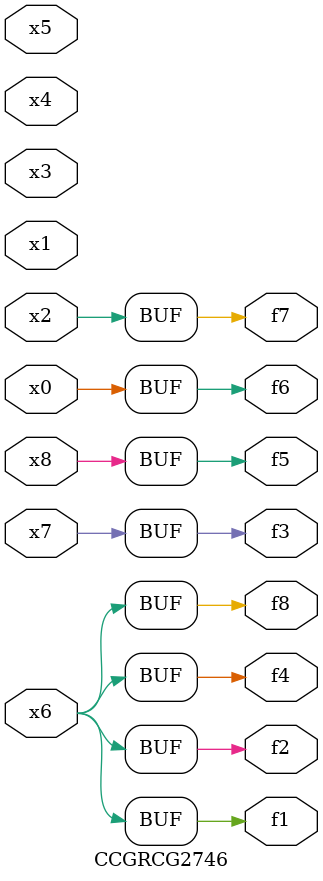
<source format=v>
module CCGRCG2746(
	input x0, x1, x2, x3, x4, x5, x6, x7, x8,
	output f1, f2, f3, f4, f5, f6, f7, f8
);
	assign f1 = x6;
	assign f2 = x6;
	assign f3 = x7;
	assign f4 = x6;
	assign f5 = x8;
	assign f6 = x0;
	assign f7 = x2;
	assign f8 = x6;
endmodule

</source>
